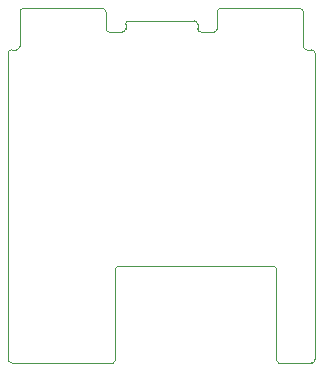
<source format=gbr>
%TF.GenerationSoftware,KiCad,Pcbnew,7.0.8*%
%TF.CreationDate,2024-04-10T13:39:32+02:00*%
%TF.ProjectId,Expansion_Card_Retrofit,45787061-6e73-4696-9f6e-5f436172645f,X1*%
%TF.SameCoordinates,Original*%
%TF.FileFunction,Profile,NP*%
%FSLAX46Y46*%
G04 Gerber Fmt 4.6, Leading zero omitted, Abs format (unit mm)*
G04 Created by KiCad (PCBNEW 7.0.8) date 2024-04-10 13:39:32*
%MOMM*%
%LPD*%
G01*
G04 APERTURE LIST*
%TA.AperFunction,Profile*%
%ADD10C,0.050000*%
%TD*%
G04 APERTURE END LIST*
D10*
X150000000Y-114850000D02*
G75*
G03*
X150200000Y-115050000I200000J0D01*
G01*
X145300000Y-85050000D02*
X152000000Y-85050000D01*
X136400000Y-114850000D02*
X136400000Y-107050000D01*
X128300000Y-88250000D02*
X128300000Y-85350000D01*
X135600000Y-86750000D02*
X135600000Y-85350000D01*
X153000000Y-115050000D02*
G75*
G03*
X153300000Y-114750000I0J300000D01*
G01*
X135600000Y-86750000D02*
G75*
G03*
X135900000Y-87050000I300000J0D01*
G01*
X127300000Y-88850000D02*
X127300000Y-114750000D01*
X128600000Y-85050000D02*
G75*
G03*
X128300000Y-85350000I0J-300000D01*
G01*
X153300000Y-88850000D02*
G75*
G03*
X153000000Y-88550000I-300000J0D01*
G01*
X127300000Y-114750000D02*
G75*
G03*
X127600000Y-115050000I300000J0D01*
G01*
X152300000Y-88250000D02*
X152300000Y-85350000D01*
X145300000Y-85050000D02*
G75*
G03*
X145000000Y-85350000I0J-300000D01*
G01*
X150000000Y-107050000D02*
X150000000Y-114850000D01*
X136200000Y-115050000D02*
G75*
G03*
X136400000Y-114850000I0J200000D01*
G01*
X149999979Y-107041421D02*
G75*
G03*
X149800000Y-106841421I-199979J21D01*
G01*
X152600000Y-88550000D02*
X153000000Y-88550000D01*
X136600000Y-106841400D02*
G75*
G03*
X136400000Y-107041421I0J-200000D01*
G01*
X144700000Y-87050000D02*
G75*
G03*
X145000000Y-86750000I0J300000D01*
G01*
X150200000Y-115050000D02*
X153000000Y-115050000D01*
X136600000Y-106841421D02*
X149800000Y-106841421D01*
X135300000Y-85050000D02*
X128600000Y-85050000D01*
X127600000Y-115050000D02*
X136200000Y-115050000D01*
X145000000Y-86750000D02*
X145000000Y-85350000D01*
X127600000Y-88550000D02*
G75*
G03*
X127300000Y-88850000I0J-300000D01*
G01*
X153300000Y-88850000D02*
X153300000Y-114750000D01*
X144600000Y-87050000D02*
X144700000Y-87050000D01*
X152300000Y-88250000D02*
G75*
G03*
X152600000Y-88550000I300000J0D01*
G01*
X135600000Y-85350000D02*
G75*
G03*
X135300000Y-85050000I-300000J0D01*
G01*
X127600000Y-88550000D02*
X128000000Y-88550000D01*
X135900000Y-87050000D02*
X136000000Y-87050000D01*
X152300000Y-85350000D02*
G75*
G03*
X152000000Y-85050000I-300000J0D01*
G01*
X128000000Y-88550000D02*
G75*
G03*
X128300000Y-88250000I0J300000D01*
G01*
%TO.C,P1*%
X136950000Y-87050000D02*
X136000000Y-87050000D01*
X137250000Y-86390000D02*
X137250000Y-86750000D01*
X137550000Y-86090000D02*
X143050000Y-86090000D01*
X143350000Y-86390000D02*
X143350000Y-86750000D01*
X143650000Y-87050000D02*
X144600000Y-87050000D01*
X137550000Y-86090000D02*
G75*
G03*
X137250000Y-86390000I0J-300000D01*
G01*
X136950000Y-87050000D02*
G75*
G03*
X137250000Y-86750000I0J300000D01*
G01*
X143350000Y-86390000D02*
G75*
G03*
X143050000Y-86090000I-300000J0D01*
G01*
X143350000Y-86750000D02*
G75*
G03*
X143650000Y-87050000I300000J0D01*
G01*
%TD*%
M02*

</source>
